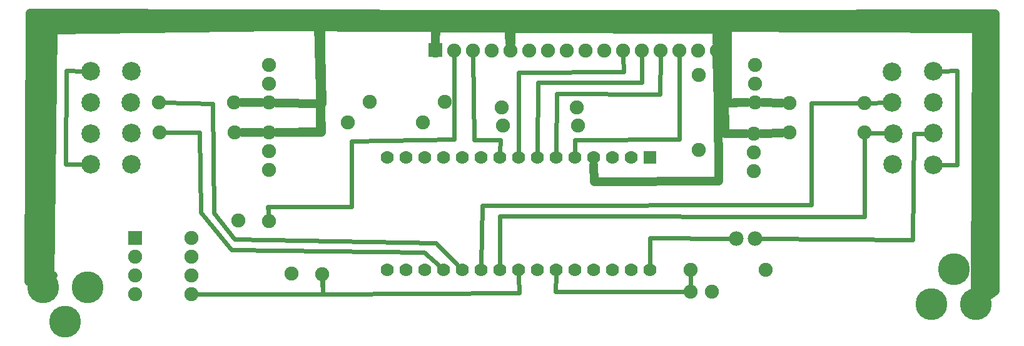
<source format=gbl>
G04 MADE WITH FRITZING*
G04 WWW.FRITZING.ORG*
G04 DOUBLE SIDED*
G04 HOLES PLATED*
G04 CONTOUR ON CENTER OF CONTOUR VECTOR*
%ASAXBY*%
%FSLAX23Y23*%
%MOIN*%
%OFA0B0*%
%SFA1.0B1.0*%
%ADD10C,0.075000*%
%ADD11C,0.099055*%
%ADD12C,0.070000*%
%ADD13C,0.078000*%
%ADD14C,0.170000*%
%ADD15R,0.075000X0.075000*%
%ADD16R,0.070000X0.069972*%
%ADD17C,0.048000*%
%ADD18C,0.024000*%
%ADD19R,0.001000X0.001000*%
%LNCOPPER0*%
G90*
G70*
G54D10*
X2225Y1596D03*
X2325Y1596D03*
X2425Y1596D03*
X2525Y1596D03*
X2625Y1596D03*
X2725Y1596D03*
X2825Y1596D03*
X2925Y1596D03*
X3025Y1596D03*
X3125Y1596D03*
X3225Y1596D03*
X3325Y1596D03*
X3425Y1596D03*
X3525Y1596D03*
X3625Y1596D03*
X3725Y1596D03*
G54D11*
X390Y1486D03*
G54D12*
X3369Y1025D03*
X3269Y1025D03*
X3169Y1025D03*
X3069Y1025D03*
X2969Y1025D03*
X2869Y1025D03*
X2769Y1025D03*
X2669Y1025D03*
X2569Y1025D03*
X2469Y1025D03*
X2369Y1025D03*
X2269Y1025D03*
X2169Y1025D03*
X2069Y1025D03*
X1969Y1025D03*
X3369Y425D03*
X3269Y425D03*
X3169Y425D03*
X3069Y425D03*
X2969Y425D03*
X2869Y425D03*
X2769Y425D03*
X2669Y425D03*
X2569Y425D03*
X2469Y425D03*
X2369Y425D03*
X2269Y425D03*
X2169Y425D03*
X2069Y425D03*
X1969Y425D03*
G54D11*
X4878Y1319D03*
X4878Y1154D03*
G54D10*
X1340Y1517D03*
X1340Y1417D03*
X1340Y1317D03*
X1339Y959D03*
X1339Y1059D03*
X1339Y1159D03*
X3922Y951D03*
X3922Y1051D03*
X3922Y1151D03*
X3929Y1517D03*
X3929Y1417D03*
X3929Y1317D03*
X2980Y1291D03*
X2580Y1291D03*
X2985Y1195D03*
X2585Y1195D03*
X1760Y1210D03*
X2160Y1210D03*
X1874Y1323D03*
X2274Y1323D03*
G54D11*
X4879Y1484D03*
X606Y1484D03*
X4660Y1483D03*
X387Y1153D03*
X4662Y989D03*
X604Y987D03*
X387Y1317D03*
X4660Y1319D03*
X4664Y1153D03*
X605Y1154D03*
X603Y1319D03*
X390Y988D03*
X4878Y986D03*
G54D10*
X625Y594D03*
X925Y594D03*
X625Y494D03*
X925Y494D03*
X625Y394D03*
X925Y394D03*
X625Y294D03*
X925Y294D03*
X3627Y1464D03*
X3627Y1064D03*
X1340Y684D03*
X1623Y401D03*
X3985Y425D03*
X3585Y425D03*
X1176Y687D03*
X1459Y405D03*
X4511Y1315D03*
X4111Y1315D03*
X4511Y1157D03*
X4111Y1157D03*
X751Y1317D03*
X1151Y1317D03*
X754Y1159D03*
X1154Y1159D03*
G54D13*
X3828Y590D03*
X3928Y590D03*
G54D10*
X3697Y309D03*
X3586Y308D03*
G54D14*
X4870Y243D03*
X5106Y243D03*
X4988Y428D03*
X371Y332D03*
X135Y332D03*
X253Y147D03*
G54D15*
X2224Y1597D03*
G54D16*
X3369Y1025D03*
G54D15*
X625Y594D03*
G54D17*
X5173Y319D02*
X5160Y304D01*
D02*
X2611Y1767D02*
X5168Y1753D01*
D02*
X5168Y1753D02*
X5173Y319D01*
D02*
X2622Y1636D02*
X2611Y1767D01*
D02*
X5209Y310D02*
X5174Y287D01*
D02*
X2223Y1785D02*
X5209Y1790D01*
D02*
X5209Y1790D02*
X5209Y310D01*
D02*
X2225Y1636D02*
X2223Y1785D01*
D02*
X5136Y337D02*
X5131Y320D01*
D02*
X5136Y1712D02*
X5136Y337D01*
D02*
X1611Y1735D02*
X5136Y1712D01*
D02*
X1621Y1310D02*
X1611Y1735D01*
D02*
X1380Y1316D02*
X1621Y1310D01*
D02*
X1620Y1159D02*
X1602Y1728D01*
D02*
X1602Y1728D02*
X5109Y1711D01*
D02*
X5109Y1711D02*
X5103Y337D01*
D02*
X5103Y337D02*
X5103Y324D01*
D02*
X1378Y1159D02*
X1620Y1159D01*
G54D18*
D02*
X3585Y396D02*
X3586Y337D01*
G54D17*
D02*
X2229Y1717D02*
X142Y1725D01*
D02*
X142Y1725D02*
X135Y413D01*
D02*
X2226Y1636D02*
X2229Y1717D01*
D02*
X59Y362D02*
X65Y1794D01*
D02*
X65Y1794D02*
X1603Y1782D01*
D02*
X1603Y1782D02*
X1616Y1312D01*
D02*
X1616Y1312D02*
X1380Y1316D01*
D02*
X59Y362D02*
X59Y362D01*
D02*
X4072Y1315D02*
X3969Y1317D01*
D02*
X4071Y1156D02*
X3962Y1152D01*
D02*
X1300Y1317D02*
X1191Y1317D01*
D02*
X1299Y1159D02*
X1194Y1159D01*
D02*
X171Y375D02*
X188Y394D01*
D02*
X189Y1704D02*
X171Y375D01*
D02*
X1615Y1726D02*
X189Y1704D01*
D02*
X1613Y1161D02*
X1615Y1726D01*
D02*
X1378Y1159D02*
X1613Y1161D01*
D02*
X104Y384D02*
X93Y402D01*
D02*
X95Y1756D02*
X104Y384D01*
D02*
X3757Y1744D02*
X95Y1756D01*
D02*
X3769Y1152D02*
X3757Y1744D01*
D02*
X3883Y1151D02*
X3769Y1152D01*
D02*
X86Y1796D02*
X132Y413D01*
D02*
X3781Y1786D02*
X86Y1796D01*
D02*
X3781Y1316D02*
X3781Y1786D01*
D02*
X3889Y1317D02*
X3781Y1316D01*
D02*
X3732Y1316D02*
X3726Y1557D01*
D02*
X3735Y898D02*
X3732Y1316D01*
D02*
X3071Y896D02*
X3736Y898D01*
D02*
X3070Y985D02*
X3071Y896D01*
D02*
X3732Y1316D02*
X3889Y1317D01*
G54D18*
D02*
X4775Y1152D02*
X4837Y1153D01*
D02*
X4767Y584D02*
X4775Y1152D01*
D02*
X3958Y590D02*
X4767Y584D01*
D02*
X3325Y1424D02*
X3325Y1568D01*
D02*
X2772Y1424D02*
X3325Y1424D01*
D02*
X2769Y1054D02*
X2772Y1424D01*
D02*
X2967Y1118D02*
X3526Y1122D01*
D02*
X3526Y1122D02*
X3525Y1568D01*
D02*
X2968Y1054D02*
X2967Y1118D01*
D02*
X2667Y1479D02*
X2669Y1054D01*
D02*
X3227Y1482D02*
X2667Y1479D01*
D02*
X3226Y1568D02*
X3227Y1482D01*
D02*
X2872Y1364D02*
X2869Y1054D01*
D02*
X3421Y1361D02*
X2872Y1364D01*
D02*
X3424Y1568D02*
X3421Y1361D01*
D02*
X4230Y772D02*
X4230Y1315D01*
D02*
X2476Y769D02*
X4230Y772D01*
D02*
X4230Y1315D02*
X4483Y1315D01*
D02*
X2470Y454D02*
X2476Y769D01*
D02*
X4513Y708D02*
X4511Y1128D01*
D02*
X2569Y713D02*
X4513Y708D01*
D02*
X2569Y454D02*
X2569Y713D01*
G54D17*
D02*
X2627Y1715D02*
X2626Y1636D01*
D02*
X2225Y1714D02*
X2627Y1715D01*
D02*
X2225Y1636D02*
X2225Y1714D01*
D02*
X2630Y1710D02*
X3725Y1707D01*
D02*
X3725Y1707D02*
X3725Y1636D01*
D02*
X2627Y1636D02*
X2630Y1710D01*
G54D18*
D02*
X2571Y1119D02*
X2570Y1054D01*
D02*
X2433Y1118D02*
X2571Y1119D01*
D02*
X2425Y1568D02*
X2433Y1118D01*
D02*
X1040Y1313D02*
X779Y1317D01*
D02*
X1045Y727D02*
X1040Y1313D01*
D02*
X1156Y589D02*
X1045Y727D01*
D02*
X2230Y569D02*
X1156Y589D01*
D02*
X2349Y446D02*
X2230Y569D01*
D02*
X975Y730D02*
X968Y1158D01*
D02*
X1137Y532D02*
X975Y730D01*
D02*
X968Y1158D02*
X783Y1159D01*
D02*
X2166Y519D02*
X1137Y532D01*
D02*
X2248Y445D02*
X2166Y519D01*
D02*
X4540Y1316D02*
X4620Y1318D01*
D02*
X4539Y1156D02*
X4623Y1154D01*
D02*
X1625Y294D02*
X1624Y372D01*
D02*
X954Y294D02*
X1625Y294D01*
D02*
X1624Y295D02*
X2672Y302D01*
D02*
X2672Y302D02*
X2670Y396D01*
D02*
X1623Y372D02*
X1624Y295D01*
D02*
X254Y988D02*
X349Y988D01*
D02*
X349Y1486D02*
X257Y1487D01*
D02*
X257Y1487D02*
X254Y988D01*
D02*
X5006Y1487D02*
X5004Y986D01*
D02*
X5004Y986D02*
X4918Y986D01*
D02*
X4920Y1485D02*
X5006Y1487D01*
D02*
X1780Y763D02*
X1332Y760D01*
D02*
X1332Y760D02*
X1337Y712D01*
D02*
X1779Y1112D02*
X1780Y763D01*
D02*
X2326Y1120D02*
X1779Y1112D01*
D02*
X2325Y1568D02*
X2326Y1120D01*
D02*
X2865Y308D02*
X3558Y308D01*
D02*
X2868Y396D02*
X2865Y308D01*
D02*
X3367Y594D02*
X3798Y590D01*
D02*
X3369Y454D02*
X3367Y594D01*
G54D19*
D02*
G04 End of Copper0*
M02*
</source>
